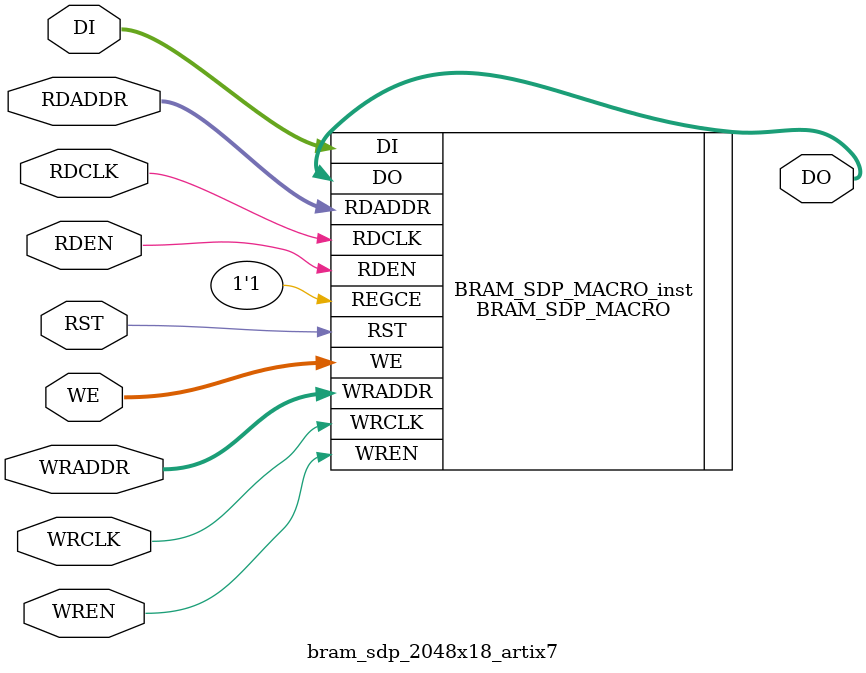
<source format=sv>
`default_nettype none
module bram_sdp_2048x18_artix7 #(
    parameter int EN_REGISTER_MODE = 0
) (
    input  wire         RDCLK,
    input  wire         WRCLK,
    input  wire         RST,
    input  wire         RDEN,
    input  wire         WREN,
    input  wire  [ 3:0] WE,
    input  wire  [10:0] RDADDR,
    input  wire  [10:0] WRADDR,
    input  wire  [17:0] DI,
    output logic [17:0] DO
);

    // BRAM_SDP_MACRO : In order to incorporate this function into the design,
    //   Verilog   : the following instance declaration needs to be placed
    //  instance   : in the body of the design code.  The instance name
    // declaration : (BRAM_SDP_MACRO_inst) and/or the port declarations within the
    //    code     : parenthesis may be changed to properly reference and
    //             : connect this function to the design.  All inputs
    //             : and outputs must be connected.

    //  <-----Cut code below this line---->

    // BRAM_SDP_MACRO: Simple Dual Port RAM
    //                 Artix-7
    // Xilinx HDL Language Template, version 2022.1

    ///////////////////////////////////////////////////////////////////////
    //  READ_WIDTH | BRAM_SIZE | READ Depth  | RDADDR Width |            //
    // WRITE_WIDTH |           | WRITE Depth | WRADDR Width |  WE Width  //
    // ============|===========|=============|==============|============//
    //    37-72    |  "36Kb"   |      512    |     9-bit    |    8-bit   //
    //    19-36    |  "36Kb"   |     1024    |    10-bit    |    4-bit   //
    //    19-36    |  "18Kb"   |      512    |     9-bit    |    4-bit   //
    //    10-18    |  "36Kb"   |     2048    |    11-bit    |    2-bit   //
    //    10-18    |  "18Kb"   |     1024    |    10-bit    |    2-bit   //
    //     5-9     |  "36Kb"   |     4096    |    12-bit    |    1-bit   //
    //     5-9     |  "18Kb"   |     2048    |    11-bit    |    1-bit   //
    //     3-4     |  "36Kb"   |     8192    |    13-bit    |    1-bit   //
    //     3-4     |  "18Kb"   |     4096    |    12-bit    |    1-bit   //
    //       2     |  "36Kb"   |    16384    |    14-bit    |    1-bit   //
    //       2     |  "18Kb"   |     8192    |    13-bit    |    1-bit   //
    //       1     |  "36Kb"   |    32768    |    15-bit    |    1-bit   //
    //       1     |  "18Kb"   |    16384    |    14-bit    |    1-bit   //
    ///////////////////////////////////////////////////////////////////////

    BRAM_SDP_MACRO #(
        .BRAM_SIZE("36Kb"),  // Target BRAM, "18Kb" or "36Kb" 
        .DEVICE("7SERIES"),  // Target device: "7SERIES" 
        .WRITE_WIDTH(18),  // Valid values are 1-72 (37-72 only valid when BRAM_SIZE="36Kb")
        .READ_WIDTH(18),  // Valid values are 1-72 (37-72 only valid when BRAM_SIZE="36Kb")
        .DO_REG(EN_REGISTER_MODE),  // Optional output register (0 or 1)
        .INIT_FILE("NONE"),
        .SIM_COLLISION_CHECK("ALL"),  // Collision check enable "ALL", "WARNING_ONLY",
                                      //   "GENERATE_X_ONLY" or "NONE" 
        .SRVAL(72'h000000000000000000),  // Set/Reset value for port output
        .INIT(72'h000000000000000000),  // Initial values on output port
        .WRITE_MODE("WRITE_FIRST"),  // Specify "READ_FIRST" for same clock or synchronous clocks
                                     //   Specify "WRITE_FIRST for asynchronous clocks on ports
        .INIT_00(256'h0000000000000000000000000000000000000000000000000000000000000000),
        .INIT_01(256'h0000000000000000000000000000000000000000000000000000000000000000),
        .INIT_02(256'h0000000000000000000000000000000000000000000000000000000000000000),
        .INIT_03(256'h0000000000000000000000000000000000000000000000000000000000000000),
        .INIT_04(256'h0000000000000000000000000000000000000000000000000000000000000000),
        .INIT_05(256'h0000000000000000000000000000000000000000000000000000000000000000),
        .INIT_06(256'h0000000000000000000000000000000000000000000000000000000000000000),
        .INIT_07(256'h0000000000000000000000000000000000000000000000000000000000000000),
        .INIT_08(256'h0000000000000000000000000000000000000000000000000000000000000000),
        .INIT_09(256'h0000000000000000000000000000000000000000000000000000000000000000),
        .INIT_0A(256'h0000000000000000000000000000000000000000000000000000000000000000),
        .INIT_0B(256'h0000000000000000000000000000000000000000000000000000000000000000),
        .INIT_0C(256'h0000000000000000000000000000000000000000000000000000000000000000),
        .INIT_0D(256'h0000000000000000000000000000000000000000000000000000000000000000),
        .INIT_0E(256'h0000000000000000000000000000000000000000000000000000000000000000),
        .INIT_0F(256'h0000000000000000000000000000000000000000000000000000000000000000),
        .INIT_10(256'h0000000000000000000000000000000000000000000000000000000000000000),
        .INIT_11(256'h0000000000000000000000000000000000000000000000000000000000000000),
        .INIT_12(256'h0000000000000000000000000000000000000000000000000000000000000000),
        .INIT_13(256'h0000000000000000000000000000000000000000000000000000000000000000),
        .INIT_14(256'h0000000000000000000000000000000000000000000000000000000000000000),
        .INIT_15(256'h0000000000000000000000000000000000000000000000000000000000000000),
        .INIT_16(256'h0000000000000000000000000000000000000000000000000000000000000000),
        .INIT_17(256'h0000000000000000000000000000000000000000000000000000000000000000),
        .INIT_18(256'h0000000000000000000000000000000000000000000000000000000000000000),
        .INIT_19(256'h0000000000000000000000000000000000000000000000000000000000000000),
        .INIT_1A(256'h0000000000000000000000000000000000000000000000000000000000000000),
        .INIT_1B(256'h0000000000000000000000000000000000000000000000000000000000000000),
        .INIT_1C(256'h0000000000000000000000000000000000000000000000000000000000000000),
        .INIT_1D(256'h0000000000000000000000000000000000000000000000000000000000000000),
        .INIT_1E(256'h0000000000000000000000000000000000000000000000000000000000000000),
        .INIT_1F(256'h0000000000000000000000000000000000000000000000000000000000000000),
        .INIT_20(256'h0000000000000000000000000000000000000000000000000000000000000000),
        .INIT_21(256'h0000000000000000000000000000000000000000000000000000000000000000),
        .INIT_22(256'h0000000000000000000000000000000000000000000000000000000000000000),
        .INIT_23(256'h0000000000000000000000000000000000000000000000000000000000000000),
        .INIT_24(256'h0000000000000000000000000000000000000000000000000000000000000000),
        .INIT_25(256'h0000000000000000000000000000000000000000000000000000000000000000),
        .INIT_26(256'h0000000000000000000000000000000000000000000000000000000000000000),
        .INIT_27(256'h0000000000000000000000000000000000000000000000000000000000000000),
        .INIT_28(256'h0000000000000000000000000000000000000000000000000000000000000000),
        .INIT_29(256'h0000000000000000000000000000000000000000000000000000000000000000),
        .INIT_2A(256'h0000000000000000000000000000000000000000000000000000000000000000),
        .INIT_2B(256'h0000000000000000000000000000000000000000000000000000000000000000),
        .INIT_2C(256'h0000000000000000000000000000000000000000000000000000000000000000),
        .INIT_2D(256'h0000000000000000000000000000000000000000000000000000000000000000),
        .INIT_2E(256'h0000000000000000000000000000000000000000000000000000000000000000),
        .INIT_2F(256'h0000000000000000000000000000000000000000000000000000000000000000),
        .INIT_30(256'h0000000000000000000000000000000000000000000000000000000000000000),
        .INIT_31(256'h0000000000000000000000000000000000000000000000000000000000000000),
        .INIT_32(256'h0000000000000000000000000000000000000000000000000000000000000000),
        .INIT_33(256'h0000000000000000000000000000000000000000000000000000000000000000),
        .INIT_34(256'h0000000000000000000000000000000000000000000000000000000000000000),
        .INIT_35(256'h0000000000000000000000000000000000000000000000000000000000000000),
        .INIT_36(256'h0000000000000000000000000000000000000000000000000000000000000000),
        .INIT_37(256'h0000000000000000000000000000000000000000000000000000000000000000),
        .INIT_38(256'h0000000000000000000000000000000000000000000000000000000000000000),
        .INIT_39(256'h0000000000000000000000000000000000000000000000000000000000000000),
        .INIT_3A(256'h0000000000000000000000000000000000000000000000000000000000000000),
        .INIT_3B(256'h0000000000000000000000000000000000000000000000000000000000000000),
        .INIT_3C(256'h0000000000000000000000000000000000000000000000000000000000000000),
        .INIT_3D(256'h0000000000000000000000000000000000000000000000000000000000000000),
        .INIT_3E(256'h0000000000000000000000000000000000000000000000000000000000000000),
        .INIT_3F(256'h0000000000000000000000000000000000000000000000000000000000000000),

        // The next set of INIT_xx are valid when configured as 36Kb
        .INIT_40(256'h0000000000000000000000000000000000000000000000000000000000000000),
        .INIT_41(256'h0000000000000000000000000000000000000000000000000000000000000000),
        .INIT_42(256'h0000000000000000000000000000000000000000000000000000000000000000),
        .INIT_43(256'h0000000000000000000000000000000000000000000000000000000000000000),
        .INIT_44(256'h0000000000000000000000000000000000000000000000000000000000000000),
        .INIT_45(256'h0000000000000000000000000000000000000000000000000000000000000000),
        .INIT_46(256'h0000000000000000000000000000000000000000000000000000000000000000),
        .INIT_47(256'h0000000000000000000000000000000000000000000000000000000000000000),
        .INIT_48(256'h0000000000000000000000000000000000000000000000000000000000000000),
        .INIT_49(256'h0000000000000000000000000000000000000000000000000000000000000000),
        .INIT_4A(256'h0000000000000000000000000000000000000000000000000000000000000000),
        .INIT_4B(256'h0000000000000000000000000000000000000000000000000000000000000000),
        .INIT_4C(256'h0000000000000000000000000000000000000000000000000000000000000000),
        .INIT_4D(256'h0000000000000000000000000000000000000000000000000000000000000000),
        .INIT_4E(256'h0000000000000000000000000000000000000000000000000000000000000000),
        .INIT_4F(256'h0000000000000000000000000000000000000000000000000000000000000000),
        .INIT_50(256'h0000000000000000000000000000000000000000000000000000000000000000),
        .INIT_51(256'h0000000000000000000000000000000000000000000000000000000000000000),
        .INIT_52(256'h0000000000000000000000000000000000000000000000000000000000000000),
        .INIT_53(256'h0000000000000000000000000000000000000000000000000000000000000000),
        .INIT_54(256'h0000000000000000000000000000000000000000000000000000000000000000),
        .INIT_55(256'h0000000000000000000000000000000000000000000000000000000000000000),
        .INIT_56(256'h0000000000000000000000000000000000000000000000000000000000000000),
        .INIT_57(256'h0000000000000000000000000000000000000000000000000000000000000000),
        .INIT_58(256'h0000000000000000000000000000000000000000000000000000000000000000),
        .INIT_59(256'h0000000000000000000000000000000000000000000000000000000000000000),
        .INIT_5A(256'h0000000000000000000000000000000000000000000000000000000000000000),
        .INIT_5B(256'h0000000000000000000000000000000000000000000000000000000000000000),
        .INIT_5C(256'h0000000000000000000000000000000000000000000000000000000000000000),
        .INIT_5D(256'h0000000000000000000000000000000000000000000000000000000000000000),
        .INIT_5E(256'h0000000000000000000000000000000000000000000000000000000000000000),
        .INIT_5F(256'h0000000000000000000000000000000000000000000000000000000000000000),
        .INIT_60(256'h0000000000000000000000000000000000000000000000000000000000000000),
        .INIT_61(256'h0000000000000000000000000000000000000000000000000000000000000000),
        .INIT_62(256'h0000000000000000000000000000000000000000000000000000000000000000),
        .INIT_63(256'h0000000000000000000000000000000000000000000000000000000000000000),
        .INIT_64(256'h0000000000000000000000000000000000000000000000000000000000000000),
        .INIT_65(256'h0000000000000000000000000000000000000000000000000000000000000000),
        .INIT_66(256'h0000000000000000000000000000000000000000000000000000000000000000),
        .INIT_67(256'h0000000000000000000000000000000000000000000000000000000000000000),
        .INIT_68(256'h0000000000000000000000000000000000000000000000000000000000000000),
        .INIT_69(256'h0000000000000000000000000000000000000000000000000000000000000000),
        .INIT_6A(256'h0000000000000000000000000000000000000000000000000000000000000000),
        .INIT_6B(256'h0000000000000000000000000000000000000000000000000000000000000000),
        .INIT_6C(256'h0000000000000000000000000000000000000000000000000000000000000000),
        .INIT_6D(256'h0000000000000000000000000000000000000000000000000000000000000000),
        .INIT_6E(256'h0000000000000000000000000000000000000000000000000000000000000000),
        .INIT_6F(256'h0000000000000000000000000000000000000000000000000000000000000000),
        .INIT_70(256'h0000000000000000000000000000000000000000000000000000000000000000),
        .INIT_71(256'h0000000000000000000000000000000000000000000000000000000000000000),
        .INIT_72(256'h0000000000000000000000000000000000000000000000000000000000000000),
        .INIT_73(256'h0000000000000000000000000000000000000000000000000000000000000000),
        .INIT_74(256'h0000000000000000000000000000000000000000000000000000000000000000),
        .INIT_75(256'h0000000000000000000000000000000000000000000000000000000000000000),
        .INIT_76(256'h0000000000000000000000000000000000000000000000000000000000000000),
        .INIT_77(256'h0000000000000000000000000000000000000000000000000000000000000000),
        .INIT_78(256'h0000000000000000000000000000000000000000000000000000000000000000),
        .INIT_79(256'h0000000000000000000000000000000000000000000000000000000000000000),
        .INIT_7A(256'h0000000000000000000000000000000000000000000000000000000000000000),
        .INIT_7B(256'h0000000000000000000000000000000000000000000000000000000000000000),
        .INIT_7C(256'h0000000000000000000000000000000000000000000000000000000000000000),
        .INIT_7D(256'h0000000000000000000000000000000000000000000000000000000000000000),
        .INIT_7E(256'h0000000000000000000000000000000000000000000000000000000000000000),
        .INIT_7F(256'h0000000000000000000000000000000000000000000000000000000000000000),

        // The next set of INITP_xx are for the parity bits
        .INITP_00(256'h0000000000000000000000000000000000000000000000000000000000000000),
        .INITP_01(256'h0000000000000000000000000000000000000000000000000000000000000000),
        .INITP_02(256'h0000000000000000000000000000000000000000000000000000000000000000),
        .INITP_03(256'h0000000000000000000000000000000000000000000000000000000000000000),
        .INITP_04(256'h0000000000000000000000000000000000000000000000000000000000000000),
        .INITP_05(256'h0000000000000000000000000000000000000000000000000000000000000000),
        .INITP_06(256'h0000000000000000000000000000000000000000000000000000000000000000),
        .INITP_07(256'h0000000000000000000000000000000000000000000000000000000000000000),

        // The next set of INITP_xx are valid when configured as 36Kb
        .INITP_08(256'h0000000000000000000000000000000000000000000000000000000000000000),
        .INITP_09(256'h0000000000000000000000000000000000000000000000000000000000000000),
        .INITP_0A(256'h0000000000000000000000000000000000000000000000000000000000000000),
        .INITP_0B(256'h0000000000000000000000000000000000000000000000000000000000000000),
        .INITP_0C(256'h0000000000000000000000000000000000000000000000000000000000000000),
        .INITP_0D(256'h0000000000000000000000000000000000000000000000000000000000000000),
        .INITP_0E(256'h0000000000000000000000000000000000000000000000000000000000000000),
        .INITP_0F(256'h0000000000000000000000000000000000000000000000000000000000000000)
    ) BRAM_SDP_MACRO_inst (
        .DO    (DO),      // Output read data port, width defined by READ_WIDTH parameter
        .DI    (DI),      // Input write data port, width defined by WRITE_WIDTH parameter
        .RDADDR(RDADDR),  // Input read address, width defined by read port depth
        .RDCLK (RDCLK),   // 1-bit input read clock
        .RDEN  (RDEN),    // 1-bit input read port enable
        .REGCE (1'b1),    // 1-bit input read output register enable
        .RST   (RST),     // 1-bit input reset
        .WE    (WE),      // Input write enable, width defined by write port depth
        .WRADDR(WRADDR),  // Input write address, width defined by write port depth
        .WRCLK (WRCLK),   // 1-bit input write clock
        .WREN  (WREN)     // 1-bit input write port enable
    );

    // End of BRAM_SDP_MACRO_inst instantiation

endmodule

`default_nettype wire

</source>
